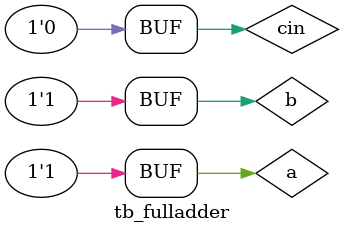
<source format=v>
`timescale 1ns / 1ns
module tb_fulladder(
    );
reg a,b,cin;
wire s,c;
fulladder ff1(s,c,a,b,cin);
initial
begin
a = 1;
b = 0;
cin = 0;
#20;
a = 1;
b = 1 ;
cin = 0 ;
end
endmodule

</source>
